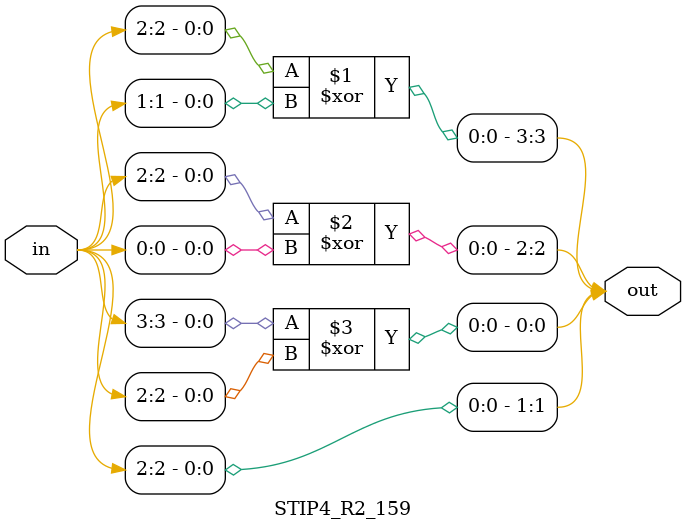
<source format=v>
module  STIP4_R2_159(in,out);
input[3:0] in;
output[3:0] out;
wire[3:0] out;
assign out[3]=in[2]^in[1];
assign out[2]=in[2]^in[0];
assign out[1]=in[2];
assign out[0]=in[3]^in[2];
endmodule

</source>
